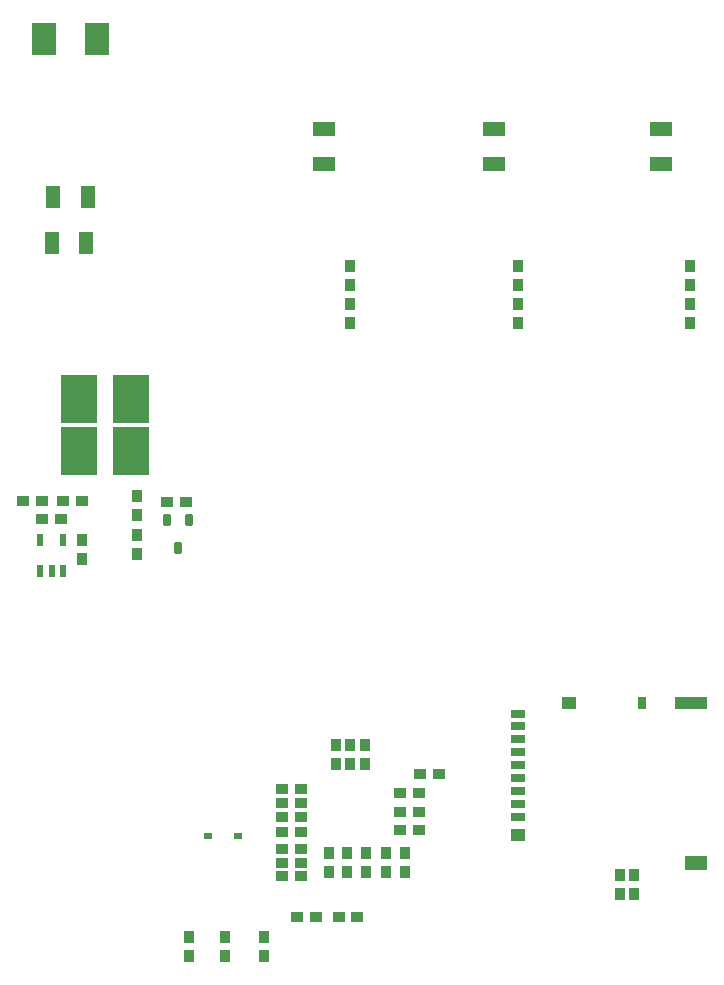
<source format=gbp>
%FSLAX44Y44*%
%MOMM*%
G71*
G01*
G75*
G04 Layer_Color=128*
%ADD10R,0.9500X1.0000*%
%ADD11R,7.0000X7.0000*%
%ADD12O,0.3000X1.6500*%
%ADD13O,1.6500X0.3000*%
%ADD14R,1.3000X1.8500*%
%ADD15R,1.0000X0.9500*%
%ADD16R,1.8500X1.3000*%
G04:AMPARAMS|DCode=17|XSize=1.05mm|YSize=3.82mm|CornerRadius=0.0525mm|HoleSize=0mm|Usage=FLASHONLY|Rotation=180.000|XOffset=0mm|YOffset=0mm|HoleType=Round|Shape=RoundedRectangle|*
%AMROUNDEDRECTD17*
21,1,1.0500,3.7150,0,0,180.0*
21,1,0.9450,3.8200,0,0,180.0*
1,1,0.1050,-0.4725,1.8575*
1,1,0.1050,0.4725,1.8575*
1,1,0.1050,0.4725,-1.8575*
1,1,0.1050,-0.4725,-1.8575*
%
%ADD17ROUNDEDRECTD17*%
G04:AMPARAMS|DCode=18|XSize=7.48mm|YSize=8.55mm|CornerRadius=0.0374mm|HoleSize=0mm|Usage=FLASHONLY|Rotation=90.000|XOffset=0mm|YOffset=0mm|HoleType=Round|Shape=RoundedRectangle|*
%AMROUNDEDRECTD18*
21,1,7.4800,8.4752,0,0,90.0*
21,1,7.4052,8.5500,0,0,90.0*
1,1,0.0748,4.2376,3.7026*
1,1,0.0748,4.2376,-3.7026*
1,1,0.0748,-4.2376,-3.7026*
1,1,0.0748,-4.2376,3.7026*
%
%ADD18ROUNDEDRECTD18*%
G04:AMPARAMS|DCode=19|XSize=0.6mm|YSize=1mm|CornerRadius=0.15mm|HoleSize=0mm|Usage=FLASHONLY|Rotation=90.000|XOffset=0mm|YOffset=0mm|HoleType=Round|Shape=RoundedRectangle|*
%AMROUNDEDRECTD19*
21,1,0.6000,0.7000,0,0,90.0*
21,1,0.3000,1.0000,0,0,90.0*
1,1,0.3000,0.3500,0.1500*
1,1,0.3000,0.3500,-0.1500*
1,1,0.3000,-0.3500,-0.1500*
1,1,0.3000,-0.3500,0.1500*
%
%ADD19ROUNDEDRECTD19*%
%ADD20R,1.0000X0.6000*%
%ADD21R,2.1000X5.8000*%
%ADD22R,0.8000X0.6000*%
%ADD23R,1.6000X3.9000*%
%ADD24R,0.5000X0.6000*%
%ADD25R,0.6000X0.8000*%
%ADD26O,0.6000X1.9000*%
%ADD27R,0.6000X1.2000*%
%ADD28R,1.1500X1.4000*%
%ADD29R,1.8000X1.9000*%
%ADD30R,2.3000X1.9000*%
%ADD31R,0.4000X1.4000*%
%ADD32R,0.8000X0.8000*%
%ADD33R,1.0000X0.4000*%
%ADD34R,0.9000X1.4000*%
%ADD35R,2.2000X1.4000*%
%ADD36R,0.6500X0.4000*%
%ADD37R,1.6002X1.2700*%
%ADD38R,2.2000X1.1000*%
%ADD39C,1.2000*%
%ADD40C,0.2500*%
%ADD41C,0.2540*%
%ADD42C,0.5000*%
%ADD43C,0.4000*%
%ADD44C,1.0160*%
%ADD45C,1.1000*%
%ADD46C,0.8000*%
%ADD47C,0.7500*%
%ADD48C,0.7620*%
%ADD49C,1.0000*%
%ADD50C,0.6000*%
%ADD51C,0.2032*%
%ADD52C,0.3500*%
%ADD53C,2.0000*%
%ADD54C,1.5000*%
%ADD55R,1.5000X1.5000*%
%ADD56R,1.5500X1.5500*%
%ADD57C,1.5500*%
G04:AMPARAMS|DCode=58|XSize=1.55mm|YSize=1.55mm|CornerRadius=0.0465mm|HoleSize=0mm|Usage=FLASHONLY|Rotation=180.000|XOffset=0mm|YOffset=0mm|HoleType=Round|Shape=RoundedRectangle|*
%AMROUNDEDRECTD58*
21,1,1.5500,1.4570,0,0,180.0*
21,1,1.4570,1.5500,0,0,180.0*
1,1,0.0930,-0.7285,0.7285*
1,1,0.0930,0.7285,0.7285*
1,1,0.0930,0.7285,-0.7285*
1,1,0.0930,-0.7285,-0.7285*
%
%ADD58ROUNDEDRECTD58*%
%ADD59R,1.5000X1.5000*%
%ADD60R,0.7000X0.7000*%
%ADD61C,0.7000*%
%ADD62C,0.6000*%
%ADD63C,5.0000*%
%ADD64R,2.1590X2.7430*%
G04:AMPARAMS|DCode=65|XSize=3.1mm|YSize=4mm|CornerRadius=0.0465mm|HoleSize=0mm|Usage=FLASHONLY|Rotation=0.000|XOffset=0mm|YOffset=0mm|HoleType=Round|Shape=RoundedRectangle|*
%AMROUNDEDRECTD65*
21,1,3.1000,3.9070,0,0,0.0*
21,1,3.0070,4.0000,0,0,0.0*
1,1,0.0930,1.5035,-1.9535*
1,1,0.0930,-1.5035,-1.9535*
1,1,0.0930,-1.5035,1.9535*
1,1,0.0930,1.5035,1.9535*
%
%ADD65ROUNDEDRECTD65*%
G04:AMPARAMS|DCode=66|XSize=0.6mm|YSize=1mm|CornerRadius=0.051mm|HoleSize=0mm|Usage=FLASHONLY|Rotation=180.000|XOffset=0mm|YOffset=0mm|HoleType=Round|Shape=RoundedRectangle|*
%AMROUNDEDRECTD66*
21,1,0.6000,0.8980,0,0,180.0*
21,1,0.4980,1.0000,0,0,180.0*
1,1,0.1020,-0.2490,0.4490*
1,1,0.1020,0.2490,0.4490*
1,1,0.1020,0.2490,-0.4490*
1,1,0.1020,-0.2490,-0.4490*
%
%ADD66ROUNDEDRECTD66*%
%ADD67R,0.6000X1.0000*%
%ADD68R,1.2000X1.0000*%
%ADD69R,1.2000X0.7000*%
%ADD70R,0.8000X1.0000*%
%ADD71R,2.8000X1.0000*%
%ADD72R,1.9000X1.3000*%
%ADD73C,0.2000*%
%ADD74C,0.1000*%
%ADD75C,0.1524*%
%ADD76C,0.2000*%
%ADD77C,0.1778*%
%ADD78C,0.3556*%
%ADD79C,0.1016*%
%ADD80R,0.8000X0.3000*%
%ADD81R,0.8250X0.2000*%
%ADD82R,1.6000X0.5000*%
%ADD83R,0.5080X2.1844*%
%ADD84R,1.1024X1.1524*%
%ADD85R,7.1524X7.1524*%
%ADD86O,0.4524X1.8024*%
%ADD87O,1.8024X0.4524*%
%ADD88R,1.4524X2.0024*%
%ADD89R,1.1524X1.1024*%
%ADD90R,2.0024X1.4524*%
G04:AMPARAMS|DCode=91|XSize=1.2024mm|YSize=3.9724mm|CornerRadius=0.1287mm|HoleSize=0mm|Usage=FLASHONLY|Rotation=180.000|XOffset=0mm|YOffset=0mm|HoleType=Round|Shape=RoundedRectangle|*
%AMROUNDEDRECTD91*
21,1,1.2024,3.7150,0,0,180.0*
21,1,0.9450,3.9724,0,0,180.0*
1,1,0.2574,-0.4725,1.8575*
1,1,0.2574,0.4725,1.8575*
1,1,0.2574,0.4725,-1.8575*
1,1,0.2574,-0.4725,-1.8575*
%
%ADD91ROUNDEDRECTD91*%
G04:AMPARAMS|DCode=92|XSize=7.6324mm|YSize=8.7024mm|CornerRadius=0.1136mm|HoleSize=0mm|Usage=FLASHONLY|Rotation=90.000|XOffset=0mm|YOffset=0mm|HoleType=Round|Shape=RoundedRectangle|*
%AMROUNDEDRECTD92*
21,1,7.6324,8.4752,0,0,90.0*
21,1,7.4052,8.7024,0,0,90.0*
1,1,0.2272,4.2376,3.7026*
1,1,0.2272,4.2376,-3.7026*
1,1,0.2272,-4.2376,-3.7026*
1,1,0.2272,-4.2376,3.7026*
%
%ADD92ROUNDEDRECTD92*%
G04:AMPARAMS|DCode=93|XSize=0.7524mm|YSize=1.1524mm|CornerRadius=0.2262mm|HoleSize=0mm|Usage=FLASHONLY|Rotation=90.000|XOffset=0mm|YOffset=0mm|HoleType=Round|Shape=RoundedRectangle|*
%AMROUNDEDRECTD93*
21,1,0.7524,0.7000,0,0,90.0*
21,1,0.3000,1.1524,0,0,90.0*
1,1,0.4524,0.3500,0.1500*
1,1,0.4524,0.3500,-0.1500*
1,1,0.4524,-0.3500,-0.1500*
1,1,0.4524,-0.3500,0.1500*
%
%ADD93ROUNDEDRECTD93*%
%ADD94R,1.1524X0.7524*%
%ADD95R,2.2524X5.9524*%
%ADD96R,0.9524X0.7524*%
%ADD97R,1.7524X4.0524*%
%ADD98R,0.6000X0.7000*%
%ADD99R,0.7524X0.9524*%
%ADD100O,0.7524X2.0524*%
%ADD101R,0.7524X1.3524*%
%ADD102R,1.3024X1.5524*%
%ADD103R,1.9524X2.0524*%
%ADD104R,2.4524X2.0524*%
%ADD105R,0.5524X1.5524*%
%ADD106R,0.9524X0.9524*%
%ADD107R,1.2032X0.6032*%
%ADD108R,1.0524X1.5524*%
%ADD109R,2.3524X1.5524*%
%ADD110R,0.8024X0.5524*%
%ADD111R,1.7526X1.4224*%
%ADD112R,2.3524X1.2524*%
%ADD113C,2.7620*%
%ADD114C,1.6524*%
%ADD115R,1.6524X1.6524*%
%ADD116R,1.7024X1.7024*%
%ADD117C,1.7024*%
G04:AMPARAMS|DCode=118|XSize=1.7024mm|YSize=1.7024mm|CornerRadius=0.1227mm|HoleSize=0mm|Usage=FLASHONLY|Rotation=180.000|XOffset=0mm|YOffset=0mm|HoleType=Round|Shape=RoundedRectangle|*
%AMROUNDEDRECTD118*
21,1,1.7024,1.4570,0,0,180.0*
21,1,1.4570,1.7024,0,0,180.0*
1,1,0.2454,-0.7285,0.7285*
1,1,0.2454,0.7285,0.7285*
1,1,0.2454,0.7285,-0.7285*
1,1,0.2454,-0.7285,-0.7285*
%
%ADD118ROUNDEDRECTD118*%
%ADD119R,1.6524X1.6524*%
%ADD120R,0.8524X0.8524*%
%ADD121C,0.8524*%
%ADD122C,0.7524*%
%ADD123C,5.1524*%
%ADD124R,2.3114X2.8954*%
G04:AMPARAMS|DCode=125|XSize=3.2524mm|YSize=4.1524mm|CornerRadius=0.1227mm|HoleSize=0mm|Usage=FLASHONLY|Rotation=0.000|XOffset=0mm|YOffset=0mm|HoleType=Round|Shape=RoundedRectangle|*
%AMROUNDEDRECTD125*
21,1,3.2524,3.9070,0,0,0.0*
21,1,3.0070,4.1524,0,0,0.0*
1,1,0.2454,1.5035,-1.9535*
1,1,0.2454,-1.5035,-1.9535*
1,1,0.2454,-1.5035,1.9535*
1,1,0.2454,1.5035,1.9535*
%
%ADD125ROUNDEDRECTD125*%
G04:AMPARAMS|DCode=126|XSize=0.7524mm|YSize=1.1524mm|CornerRadius=0.1272mm|HoleSize=0mm|Usage=FLASHONLY|Rotation=180.000|XOffset=0mm|YOffset=0mm|HoleType=Round|Shape=RoundedRectangle|*
%AMROUNDEDRECTD126*
21,1,0.7524,0.8980,0,0,180.0*
21,1,0.4980,1.1524,0,0,180.0*
1,1,0.2544,-0.2490,0.4490*
1,1,0.2544,0.2490,0.4490*
1,1,0.2544,0.2490,-0.4490*
1,1,0.2544,-0.2490,-0.4490*
%
%ADD126ROUNDEDRECTD126*%
%ADD127R,0.7524X1.1524*%
%ADD128R,1.3524X1.1524*%
%ADD129R,1.3524X0.8524*%
%ADD130R,0.9524X1.1524*%
%ADD131R,2.9524X1.1524*%
%ADD132R,2.0524X1.4524*%
D10*
X1194154Y1090032D02*
D03*
Y1106032D02*
D03*
X1048154Y1090032D02*
D03*
Y1106032D02*
D03*
X906154Y1090032D02*
D03*
Y1106032D02*
D03*
X725154Y862032D02*
D03*
Y878032D02*
D03*
X1194154Y1058032D02*
D03*
Y1074032D02*
D03*
X1048154Y1058032D02*
D03*
Y1074032D02*
D03*
X906154Y1058032D02*
D03*
Y1074032D02*
D03*
X725154Y895032D02*
D03*
Y911032D02*
D03*
X679153Y858031D02*
D03*
Y874031D02*
D03*
X906154Y684032D02*
D03*
Y700032D02*
D03*
X918154Y684032D02*
D03*
Y700032D02*
D03*
X894154Y684032D02*
D03*
Y700032D02*
D03*
X888154Y609032D02*
D03*
Y593032D02*
D03*
X919154Y609032D02*
D03*
Y593032D02*
D03*
X903154Y609032D02*
D03*
Y593032D02*
D03*
X936154D02*
D03*
Y609032D02*
D03*
X952154Y593032D02*
D03*
Y609032D02*
D03*
X833154Y538032D02*
D03*
Y522032D02*
D03*
X769154Y538032D02*
D03*
Y522032D02*
D03*
X800154D02*
D03*
Y538032D02*
D03*
X1146744Y590032D02*
D03*
Y574032D02*
D03*
X1134394Y590032D02*
D03*
Y574032D02*
D03*
D14*
X654654Y1164032D02*
D03*
X683654D02*
D03*
X682654Y1125032D02*
D03*
X653654D02*
D03*
D15*
X848154Y627032D02*
D03*
X864154D02*
D03*
X864154Y612032D02*
D03*
X848154D02*
D03*
X864154Y589032D02*
D03*
X848154D02*
D03*
X848154Y600713D02*
D03*
X864154D02*
D03*
X981154Y676032D02*
D03*
X965154D02*
D03*
X964154Y660032D02*
D03*
X948154D02*
D03*
X948154Y644032D02*
D03*
X964154D02*
D03*
X948154Y628032D02*
D03*
X964154D02*
D03*
X864154Y639032D02*
D03*
X848154D02*
D03*
X864154Y651032D02*
D03*
X848154D02*
D03*
X864154Y663032D02*
D03*
X848154D02*
D03*
X751154Y905838D02*
D03*
X767154D02*
D03*
X661153Y892031D02*
D03*
X645153D02*
D03*
Y907031D02*
D03*
X629153D02*
D03*
X663153D02*
D03*
X679153D02*
D03*
X912154Y555032D02*
D03*
X896154D02*
D03*
X861154D02*
D03*
X877154D02*
D03*
D16*
X884154Y1192532D02*
D03*
Y1221532D02*
D03*
X1028154Y1192532D02*
D03*
Y1221532D02*
D03*
X1169154Y1192532D02*
D03*
Y1221532D02*
D03*
D22*
X785654Y623032D02*
D03*
X810654D02*
D03*
D64*
X647054Y1298032D02*
D03*
X691254D02*
D03*
D65*
X676154Y949032D02*
D03*
X720154D02*
D03*
X676154Y993032D02*
D03*
X720154D02*
D03*
D66*
X750961Y890782D02*
D03*
X769960D02*
D03*
X760461Y866782D02*
D03*
D67*
X643653Y848031D02*
D03*
X653153D02*
D03*
X662653D02*
D03*
X643653Y874031D02*
D03*
X662653D02*
D03*
D68*
X1090954Y735732D02*
D03*
X1047954Y624232D02*
D03*
D69*
Y639732D02*
D03*
Y650732D02*
D03*
Y661732D02*
D03*
Y672732D02*
D03*
Y683732D02*
D03*
Y694732D02*
D03*
Y705732D02*
D03*
Y716732D02*
D03*
Y726232D02*
D03*
D70*
X1152954Y735732D02*
D03*
D71*
X1194454D02*
D03*
D72*
X1198954Y600732D02*
D03*
M02*

</source>
